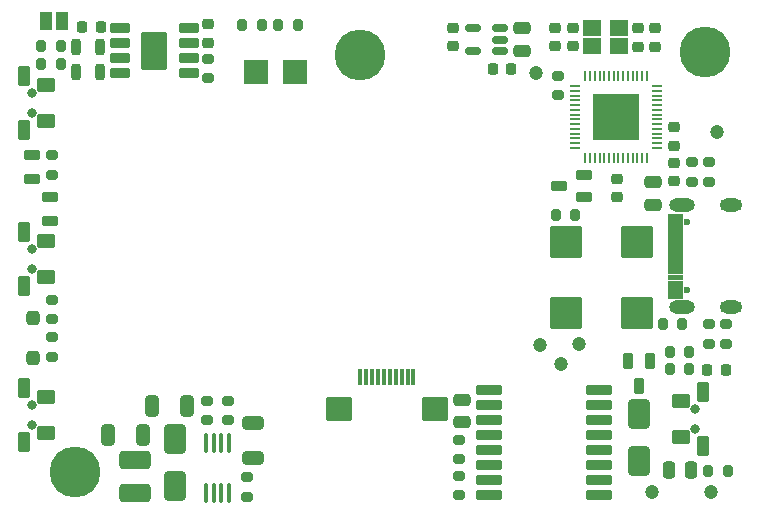
<source format=gbr>
%TF.GenerationSoftware,KiCad,Pcbnew,7.0.9*%
%TF.CreationDate,2024-10-08T00:30:49+03:00*%
%TF.ProjectId,DRM_Watch_V3,44524d5f-5761-4746-9368-5f56332e6b69,rev?*%
%TF.SameCoordinates,Original*%
%TF.FileFunction,Soldermask,Top*%
%TF.FilePolarity,Negative*%
%FSLAX46Y46*%
G04 Gerber Fmt 4.6, Leading zero omitted, Abs format (unit mm)*
G04 Created by KiCad (PCBNEW 7.0.9) date 2024-10-08 00:30:49*
%MOMM*%
%LPD*%
G01*
G04 APERTURE LIST*
G04 Aperture macros list*
%AMRoundRect*
0 Rectangle with rounded corners*
0 $1 Rounding radius*
0 $2 $3 $4 $5 $6 $7 $8 $9 X,Y pos of 4 corners*
0 Add a 4 corners polygon primitive as box body*
4,1,4,$2,$3,$4,$5,$6,$7,$8,$9,$2,$3,0*
0 Add four circle primitives for the rounded corners*
1,1,$1+$1,$2,$3*
1,1,$1+$1,$4,$5*
1,1,$1+$1,$6,$7*
1,1,$1+$1,$8,$9*
0 Add four rect primitives between the rounded corners*
20,1,$1+$1,$2,$3,$4,$5,0*
20,1,$1+$1,$4,$5,$6,$7,0*
20,1,$1+$1,$6,$7,$8,$9,0*
20,1,$1+$1,$8,$9,$2,$3,0*%
G04 Aperture macros list end*
%ADD10C,0.010000*%
%ADD11RoundRect,0.200000X0.275000X-0.200000X0.275000X0.200000X-0.275000X0.200000X-0.275000X-0.200000X0*%
%ADD12RoundRect,0.350000X0.250000X-0.250000X0.250000X0.250000X-0.250000X0.250000X-0.250000X-0.250000X0*%
%ADD13RoundRect,0.250000X-0.650000X0.325000X-0.650000X-0.325000X0.650000X-0.325000X0.650000X0.325000X0*%
%ADD14RoundRect,0.102000X1.250000X1.250000X-1.250000X1.250000X-1.250000X-1.250000X1.250000X-1.250000X0*%
%ADD15RoundRect,0.200000X-0.275000X0.200000X-0.275000X-0.200000X0.275000X-0.200000X0.275000X0.200000X0*%
%ADD16C,1.200000*%
%ADD17C,4.300000*%
%ADD18RoundRect,0.200000X-0.200000X-0.275000X0.200000X-0.275000X0.200000X0.275000X-0.200000X0.275000X0*%
%ADD19RoundRect,0.225000X0.250000X-0.225000X0.250000X0.225000X-0.250000X0.225000X-0.250000X-0.225000X0*%
%ADD20RoundRect,0.225000X-0.250000X0.225000X-0.250000X-0.225000X0.250000X-0.225000X0.250000X0.225000X0*%
%ADD21RoundRect,0.200000X0.200000X0.500000X-0.200000X0.500000X-0.200000X-0.500000X0.200000X-0.500000X0*%
%ADD22RoundRect,0.102000X-0.635000X0.450000X-0.635000X-0.450000X0.635000X-0.450000X0.635000X0.450000X0*%
%ADD23RoundRect,0.102000X-0.400000X0.725000X-0.400000X-0.725000X0.400000X-0.725000X0.400000X0.725000X0*%
%ADD24C,0.800000*%
%ADD25RoundRect,0.250000X0.475000X-0.250000X0.475000X0.250000X-0.475000X0.250000X-0.475000X-0.250000X0*%
%ADD26RoundRect,0.144000X0.573000X0.258000X-0.573000X0.258000X-0.573000X-0.258000X0.573000X-0.258000X0*%
%ADD27RoundRect,0.050000X-1.000000X-1.000000X1.000000X-1.000000X1.000000X1.000000X-1.000000X1.000000X0*%
%ADD28RoundRect,0.102000X0.750000X-0.330200X0.750000X0.330200X-0.750000X0.330200X-0.750000X-0.330200X0*%
%ADD29RoundRect,0.102000X1.000000X-1.500000X1.000000X1.500000X-1.000000X1.500000X-1.000000X-1.500000X0*%
%ADD30RoundRect,0.250000X-0.650000X1.000000X-0.650000X-1.000000X0.650000X-1.000000X0.650000X1.000000X0*%
%ADD31RoundRect,0.050000X-0.150000X-0.650000X0.150000X-0.650000X0.150000X0.650000X-0.150000X0.650000X0*%
%ADD32RoundRect,0.102000X-1.000000X-0.900000X1.000000X-0.900000X1.000000X0.900000X-1.000000X0.900000X0*%
%ADD33RoundRect,0.225000X0.225000X0.250000X-0.225000X0.250000X-0.225000X-0.250000X0.225000X-0.250000X0*%
%ADD34RoundRect,0.250000X-0.250000X-0.475000X0.250000X-0.475000X0.250000X0.475000X-0.250000X0.475000X0*%
%ADD35R,1.000000X1.500000*%
%ADD36RoundRect,0.225000X-0.225000X-0.250000X0.225000X-0.250000X0.225000X0.250000X-0.225000X0.250000X0*%
%ADD37RoundRect,0.143300X0.983700X0.253700X-0.983700X0.253700X-0.983700X-0.253700X0.983700X-0.253700X0*%
%ADD38RoundRect,0.200000X-0.500000X0.200000X-0.500000X-0.200000X0.500000X-0.200000X0.500000X0.200000X0*%
%ADD39RoundRect,0.100000X-0.100000X0.712500X-0.100000X-0.712500X0.100000X-0.712500X0.100000X0.712500X0*%
%ADD40RoundRect,0.200000X0.200000X0.275000X-0.200000X0.275000X-0.200000X-0.275000X0.200000X-0.275000X0*%
%ADD41RoundRect,0.250000X0.325000X0.650000X-0.325000X0.650000X-0.325000X-0.650000X0.325000X-0.650000X0*%
%ADD42RoundRect,0.150000X0.512500X0.150000X-0.512500X0.150000X-0.512500X-0.150000X0.512500X-0.150000X0*%
%ADD43RoundRect,0.102000X0.635000X-0.450000X0.635000X0.450000X-0.635000X0.450000X-0.635000X-0.450000X0*%
%ADD44RoundRect,0.102000X0.400000X-0.725000X0.400000X0.725000X-0.400000X0.725000X-0.400000X-0.725000X0*%
%ADD45RoundRect,0.320000X1.005000X-0.480000X1.005000X0.480000X-1.005000X0.480000X-1.005000X-0.480000X0*%
%ADD46RoundRect,0.144000X-0.258000X0.573000X-0.258000X-0.573000X0.258000X-0.573000X0.258000X0.573000X0*%
%ADD47C,0.600000*%
%ADD48O,2.204000X1.104000*%
%ADD49O,1.904000X1.104000*%
%ADD50RoundRect,0.010000X0.750000X-0.600000X0.750000X0.600000X-0.750000X0.600000X-0.750000X-0.600000X0*%
%ADD51RoundRect,0.200000X0.500000X-0.200000X0.500000X0.200000X-0.500000X0.200000X-0.500000X-0.200000X0*%
%ADD52RoundRect,0.050000X-0.350000X-0.050000X0.350000X-0.050000X0.350000X0.050000X-0.350000X0.050000X0*%
%ADD53RoundRect,0.050000X-0.050000X-0.350000X0.050000X-0.350000X0.050000X0.350000X-0.050000X0.350000X0*%
%ADD54R,4.000000X4.000000*%
G04 APERTURE END LIST*
%TO.C,J1*%
D10*
X122540000Y-68581000D02*
X121300000Y-68581000D01*
X121300000Y-67881000D01*
X122540000Y-67881000D01*
X122540000Y-68581000D01*
G36*
X122540000Y-68581000D02*
G01*
X121300000Y-68581000D01*
X121300000Y-67881000D01*
X122540000Y-67881000D01*
X122540000Y-68581000D01*
G37*
X122540000Y-67781000D02*
X121300000Y-67781000D01*
X121300000Y-67081000D01*
X122540000Y-67081000D01*
X122540000Y-67781000D01*
G36*
X122540000Y-67781000D02*
G01*
X121300000Y-67781000D01*
X121300000Y-67081000D01*
X122540000Y-67081000D01*
X122540000Y-67781000D01*
G37*
X122540000Y-66981000D02*
X121300000Y-66981000D01*
X121300000Y-66581000D01*
X122540000Y-66581000D01*
X122540000Y-66981000D01*
G36*
X122540000Y-66981000D02*
G01*
X121300000Y-66981000D01*
X121300000Y-66581000D01*
X122540000Y-66581000D01*
X122540000Y-66981000D01*
G37*
X122540000Y-66481000D02*
X121300000Y-66481000D01*
X121300000Y-66081000D01*
X122540000Y-66081000D01*
X122540000Y-66481000D01*
G36*
X122540000Y-66481000D02*
G01*
X121300000Y-66481000D01*
X121300000Y-66081000D01*
X122540000Y-66081000D01*
X122540000Y-66481000D01*
G37*
X122540000Y-65981000D02*
X121300000Y-65981000D01*
X121300000Y-65581000D01*
X122540000Y-65581000D01*
X122540000Y-65981000D01*
G36*
X122540000Y-65981000D02*
G01*
X121300000Y-65981000D01*
X121300000Y-65581000D01*
X122540000Y-65581000D01*
X122540000Y-65981000D01*
G37*
X122540000Y-65481000D02*
X121300000Y-65481000D01*
X121300000Y-65081000D01*
X122540000Y-65081000D01*
X122540000Y-65481000D01*
G36*
X122540000Y-65481000D02*
G01*
X121300000Y-65481000D01*
X121300000Y-65081000D01*
X122540000Y-65081000D01*
X122540000Y-65481000D01*
G37*
X122540000Y-64981000D02*
X121300000Y-64981000D01*
X121300000Y-64581000D01*
X122540000Y-64581000D01*
X122540000Y-64981000D01*
G36*
X122540000Y-64981000D02*
G01*
X121300000Y-64981000D01*
X121300000Y-64581000D01*
X122540000Y-64581000D01*
X122540000Y-64981000D01*
G37*
X122540000Y-64481000D02*
X121300000Y-64481000D01*
X121300000Y-64081000D01*
X122540000Y-64081000D01*
X122540000Y-64481000D01*
G36*
X122540000Y-64481000D02*
G01*
X121300000Y-64481000D01*
X121300000Y-64081000D01*
X122540000Y-64081000D01*
X122540000Y-64481000D01*
G37*
X122540000Y-63981000D02*
X121300000Y-63981000D01*
X121300000Y-63581000D01*
X122540000Y-63581000D01*
X122540000Y-63981000D01*
G36*
X122540000Y-63981000D02*
G01*
X121300000Y-63981000D01*
X121300000Y-63581000D01*
X122540000Y-63581000D01*
X122540000Y-63981000D01*
G37*
X122540000Y-63481000D02*
X121300000Y-63481000D01*
X121300000Y-63081000D01*
X122540000Y-63081000D01*
X122540000Y-63481000D01*
G36*
X122540000Y-63481000D02*
G01*
X121300000Y-63481000D01*
X121300000Y-63081000D01*
X122540000Y-63081000D01*
X122540000Y-63481000D01*
G37*
X122540000Y-62981000D02*
X121300000Y-62981000D01*
X121300000Y-62281000D01*
X122540000Y-62281000D01*
X122540000Y-62981000D01*
G36*
X122540000Y-62981000D02*
G01*
X121300000Y-62981000D01*
X121300000Y-62281000D01*
X122540000Y-62281000D01*
X122540000Y-62981000D01*
G37*
X122540000Y-62181000D02*
X121300000Y-62181000D01*
X121300000Y-61481000D01*
X122540000Y-61481000D01*
X122540000Y-62181000D01*
G36*
X122540000Y-62181000D02*
G01*
X121300000Y-62181000D01*
X121300000Y-61481000D01*
X122540000Y-61481000D01*
X122540000Y-62181000D01*
G37*
%TD*%
D11*
%TO.C,R3*%
X124808302Y-72414727D03*
X124808302Y-70764727D03*
%TD*%
D12*
%TO.C,D2*%
X67564000Y-70260000D03*
X67564000Y-73660000D03*
%TD*%
D13*
%TO.C,C18*%
X86233000Y-79170000D03*
X86233000Y-82120000D03*
%TD*%
D14*
%TO.C,LS1*%
X118701681Y-63798319D03*
X118701681Y-69798319D03*
X112701681Y-69798319D03*
X112701681Y-63798319D03*
%TD*%
D15*
%TO.C,R14*%
X123333861Y-57059106D03*
X123333861Y-58709106D03*
%TD*%
D11*
%TO.C,R6*%
X69162006Y-73553422D03*
X69162006Y-71903422D03*
%TD*%
D16*
%TO.C,TP28*%
X110500000Y-72500000D03*
%TD*%
D17*
%TO.C,M2*%
X124460000Y-47752000D03*
%TD*%
D18*
%TO.C,R23*%
X124739793Y-83173225D03*
X126389793Y-83173225D03*
%TD*%
D19*
%TO.C,C5*%
X120267524Y-47275000D03*
X120267524Y-45725000D03*
%TD*%
D16*
%TO.C,TP36*%
X125500000Y-54500000D03*
%TD*%
D15*
%TO.C,R19*%
X103632000Y-80582000D03*
X103632000Y-82232000D03*
%TD*%
D20*
%TO.C,C15*%
X111787761Y-45686050D03*
X111787761Y-47236050D03*
%TD*%
D15*
%TO.C,R9*%
X82423000Y-48324000D03*
X82423000Y-49974000D03*
%TD*%
D21*
%TO.C,D3*%
X73267123Y-47343045D03*
X71235123Y-47343045D03*
%TD*%
D22*
%TO.C,S2*%
X68703000Y-63754000D03*
X68703000Y-66802000D03*
D23*
X66818000Y-62992000D03*
D24*
X67518000Y-64428000D03*
X67518000Y-66128000D03*
D23*
X66818000Y-67564000D03*
%TD*%
D25*
%TO.C,C9*%
X108991132Y-47638833D03*
X108991132Y-45738833D03*
%TD*%
D26*
%TO.C,Q1*%
X114190631Y-60049091D03*
X114190631Y-58149091D03*
X112070631Y-59099091D03*
%TD*%
D27*
%TO.C,BT1*%
X89789000Y-49403000D03*
X86487000Y-49403000D03*
%TD*%
D11*
%TO.C,R21*%
X85725000Y-85407000D03*
X85725000Y-83757000D03*
%TD*%
D19*
%TO.C,C6*%
X103149132Y-47238833D03*
X103149132Y-45688833D03*
%TD*%
D15*
%TO.C,R17*%
X84074000Y-77280000D03*
X84074000Y-78930000D03*
%TD*%
D20*
%TO.C,C4*%
X117000000Y-58500000D03*
X117000000Y-60050000D03*
%TD*%
D28*
%TO.C,U3*%
X80756446Y-49519595D03*
X80756446Y-48249595D03*
X80756446Y-46979595D03*
X80756446Y-45709595D03*
X74959234Y-45717485D03*
X74959234Y-46987485D03*
X74959234Y-48257485D03*
X74959234Y-49527485D03*
D29*
X77851000Y-47625000D03*
%TD*%
D30*
%TO.C,D6*%
X79629000Y-80518000D03*
X79629000Y-84518000D03*
%TD*%
D16*
%TO.C,TP41*%
X120000000Y-85000000D03*
%TD*%
D22*
%TO.C,S1*%
X68703000Y-50546000D03*
X68703000Y-53594000D03*
D23*
X66818000Y-49784000D03*
D24*
X67518000Y-51220000D03*
X67518000Y-52920000D03*
D23*
X66818000Y-54356000D03*
%TD*%
D19*
%TO.C,C12*%
X82415870Y-46949882D03*
X82415870Y-45399882D03*
%TD*%
D31*
%TO.C,J2*%
X95286000Y-75230000D03*
X95786000Y-75230000D03*
X96286000Y-75230000D03*
X96786000Y-75230000D03*
X97286000Y-75230000D03*
X97786000Y-75230000D03*
X98286000Y-75230000D03*
X98786000Y-75230000D03*
X99286000Y-75230000D03*
X99786000Y-75230000D03*
D32*
X93486000Y-77980000D03*
X101586000Y-77980000D03*
%TD*%
D19*
%TO.C,C7*%
X121821319Y-55660182D03*
X121821319Y-54110182D03*
%TD*%
D30*
%TO.C,D7*%
X118892631Y-78365111D03*
X118892631Y-82365111D03*
%TD*%
D33*
%TO.C,C14*%
X126220937Y-74622765D03*
X124670937Y-74622765D03*
%TD*%
D20*
%TO.C,C3*%
X118790503Y-45739216D03*
X118790503Y-47289216D03*
%TD*%
D34*
%TO.C,C19*%
X121405567Y-83127639D03*
X123305567Y-83127639D03*
%TD*%
D18*
%TO.C,R7*%
X68263000Y-47244000D03*
X69913000Y-47244000D03*
%TD*%
D22*
%TO.C,S4*%
X68703000Y-76962000D03*
X68703000Y-80010000D03*
D23*
X66818000Y-76200000D03*
D24*
X67518000Y-77636000D03*
X67518000Y-79336000D03*
D23*
X66818000Y-80772000D03*
%TD*%
D35*
%TO.C,JP1*%
X68692000Y-45085000D03*
X69992000Y-45085000D03*
%TD*%
D36*
%TO.C,C13*%
X106488411Y-49190065D03*
X108038411Y-49190065D03*
%TD*%
D37*
%TO.C,U4*%
X115526000Y-85217000D03*
X115526000Y-83947000D03*
X115526000Y-82677000D03*
X115526000Y-81407000D03*
X115526000Y-80137000D03*
X115526000Y-78867000D03*
X115526000Y-77597000D03*
X115526000Y-76327000D03*
X106216000Y-76327000D03*
X106216000Y-77597000D03*
X106216000Y-78867000D03*
X106216000Y-80137000D03*
X106216000Y-81407000D03*
X106216000Y-82677000D03*
X106216000Y-83947000D03*
X106216000Y-85217000D03*
%TD*%
D15*
%TO.C,R10*%
X69150351Y-68709964D03*
X69150351Y-70359964D03*
%TD*%
D25*
%TO.C,C10*%
X103886000Y-79055000D03*
X103886000Y-77155000D03*
%TD*%
D38*
%TO.C,D1*%
X67500000Y-56484000D03*
X67500000Y-58516000D03*
%TD*%
D33*
%TO.C,C11*%
X73292000Y-45593000D03*
X71742000Y-45593000D03*
%TD*%
D39*
%TO.C,U5*%
X84160000Y-80818500D03*
X83510000Y-80818500D03*
X82860000Y-80818500D03*
X82210000Y-80818500D03*
X82210000Y-85043500D03*
X82860000Y-85043500D03*
X83510000Y-85043500D03*
X84160000Y-85043500D03*
%TD*%
D20*
%TO.C,C2*%
X113258303Y-45680154D03*
X113258303Y-47230154D03*
%TD*%
D11*
%TO.C,R5*%
X69213058Y-58109281D03*
X69213058Y-56459281D03*
%TD*%
D18*
%TO.C,R22*%
X121482052Y-73126193D03*
X123132052Y-73126193D03*
%TD*%
%TO.C,R8*%
X68263000Y-48768000D03*
X69913000Y-48768000D03*
%TD*%
D16*
%TO.C,TP39*%
X112282436Y-74166863D03*
%TD*%
D40*
%TO.C,R4*%
X113501600Y-61560666D03*
X111851600Y-61560666D03*
%TD*%
D15*
%TO.C,R18*%
X82296000Y-77280000D03*
X82296000Y-78930000D03*
%TD*%
D41*
%TO.C,C16*%
X80596000Y-77724000D03*
X77646000Y-77724000D03*
%TD*%
D42*
%TO.C,U2*%
X107080632Y-47638833D03*
X107080632Y-46688833D03*
X107080632Y-45738833D03*
X104805632Y-45738833D03*
X104805632Y-47638833D03*
%TD*%
D16*
%TO.C,TP27*%
X110193874Y-49500000D03*
%TD*%
D17*
%TO.C,M3*%
X95250000Y-48006000D03*
%TD*%
D16*
%TO.C,TP40*%
X125000000Y-85000000D03*
%TD*%
D15*
%TO.C,R2*%
X126276156Y-70767624D03*
X126276156Y-72417624D03*
%TD*%
D43*
%TO.C,S3*%
X122452000Y-80352000D03*
X122452000Y-77304000D03*
D44*
X124337000Y-81114000D03*
D24*
X123637000Y-79678000D03*
X123637000Y-77978000D03*
D44*
X124337000Y-76542000D03*
%TD*%
D18*
%TO.C,R11*%
X85281000Y-45466000D03*
X86931000Y-45466000D03*
%TD*%
D45*
%TO.C,L1*%
X76200000Y-85093000D03*
X76200000Y-82293000D03*
%TD*%
D46*
%TO.C,Q2*%
X119849155Y-73870185D03*
X117949155Y-73870185D03*
X118899155Y-75990185D03*
%TD*%
D41*
%TO.C,C17*%
X76913000Y-80137000D03*
X73963000Y-80137000D03*
%TD*%
D15*
%TO.C,R15*%
X112031855Y-49735182D03*
X112031855Y-51385182D03*
%TD*%
D16*
%TO.C,TP8*%
X113788762Y-72480091D03*
%TD*%
D17*
%TO.C,M1*%
X71120000Y-83312000D03*
%TD*%
D47*
%TO.C,J1*%
X122990000Y-67921000D03*
X122990000Y-62141000D03*
D48*
X122500000Y-69356000D03*
X122500000Y-60706000D03*
D49*
X126670000Y-69356000D03*
X126670000Y-60706000D03*
%TD*%
D18*
%TO.C,R16*%
X121485176Y-74599188D03*
X123135176Y-74599188D03*
%TD*%
D11*
%TO.C,R13*%
X124805082Y-58708034D03*
X124805082Y-57058034D03*
%TD*%
D50*
%TO.C,Y1*%
X114877503Y-47188716D03*
X117163503Y-47188716D03*
X117163503Y-45664716D03*
X114877503Y-45664716D03*
%TD*%
D18*
%TO.C,R12*%
X88329000Y-45466000D03*
X89979000Y-45466000D03*
%TD*%
D11*
%TO.C,R20*%
X103632000Y-85280000D03*
X103632000Y-83630000D03*
%TD*%
D51*
%TO.C,D5*%
X69000000Y-62016000D03*
X69000000Y-59984000D03*
%TD*%
D20*
%TO.C,C8*%
X121821319Y-57110182D03*
X121821319Y-58660182D03*
%TD*%
D21*
%TO.C,D4*%
X73279000Y-49403000D03*
X71247000Y-49403000D03*
%TD*%
D18*
%TO.C,R1*%
X120874648Y-70794524D03*
X122524648Y-70794524D03*
%TD*%
D52*
%TO.C,U1*%
X113496319Y-50637182D03*
X113496319Y-51037182D03*
X113496319Y-51437182D03*
X113496319Y-51837182D03*
X113496319Y-52237182D03*
X113496319Y-52637182D03*
X113496319Y-53037182D03*
X113496319Y-53437182D03*
X113496319Y-53837182D03*
X113496319Y-54237182D03*
X113496319Y-54637182D03*
X113496319Y-55037182D03*
X113496319Y-55437182D03*
X113496319Y-55837182D03*
D53*
X114346319Y-56687182D03*
X114746319Y-56687182D03*
X115146319Y-56687182D03*
X115546319Y-56687182D03*
X115946319Y-56687182D03*
X116346319Y-56687182D03*
X116746319Y-56687182D03*
X117146319Y-56687182D03*
X117546319Y-56687182D03*
X117946319Y-56687182D03*
X118346319Y-56687182D03*
X118746319Y-56687182D03*
X119146319Y-56687182D03*
X119546319Y-56687182D03*
D52*
X120396319Y-55837182D03*
X120396319Y-55437182D03*
X120396319Y-55037182D03*
X120396319Y-54637182D03*
X120396319Y-54237182D03*
X120396319Y-53837182D03*
X120396319Y-53437182D03*
X120396319Y-53037182D03*
X120396319Y-52637182D03*
X120396319Y-52237182D03*
X120396319Y-51837182D03*
X120396319Y-51437182D03*
X120396319Y-51037182D03*
X120396319Y-50637182D03*
D53*
X119546319Y-49787182D03*
X119146319Y-49787182D03*
X118746319Y-49787182D03*
X118346319Y-49787182D03*
X117946319Y-49787182D03*
X117546319Y-49787182D03*
X117146319Y-49787182D03*
X116746319Y-49787182D03*
X116346319Y-49787182D03*
X115946319Y-49787182D03*
X115546319Y-49787182D03*
X115146319Y-49787182D03*
X114746319Y-49787182D03*
X114346319Y-49787182D03*
D54*
X116946319Y-53237182D03*
%TD*%
D25*
%TO.C,C1*%
X120078637Y-60668763D03*
X120078637Y-58768763D03*
%TD*%
M02*

</source>
